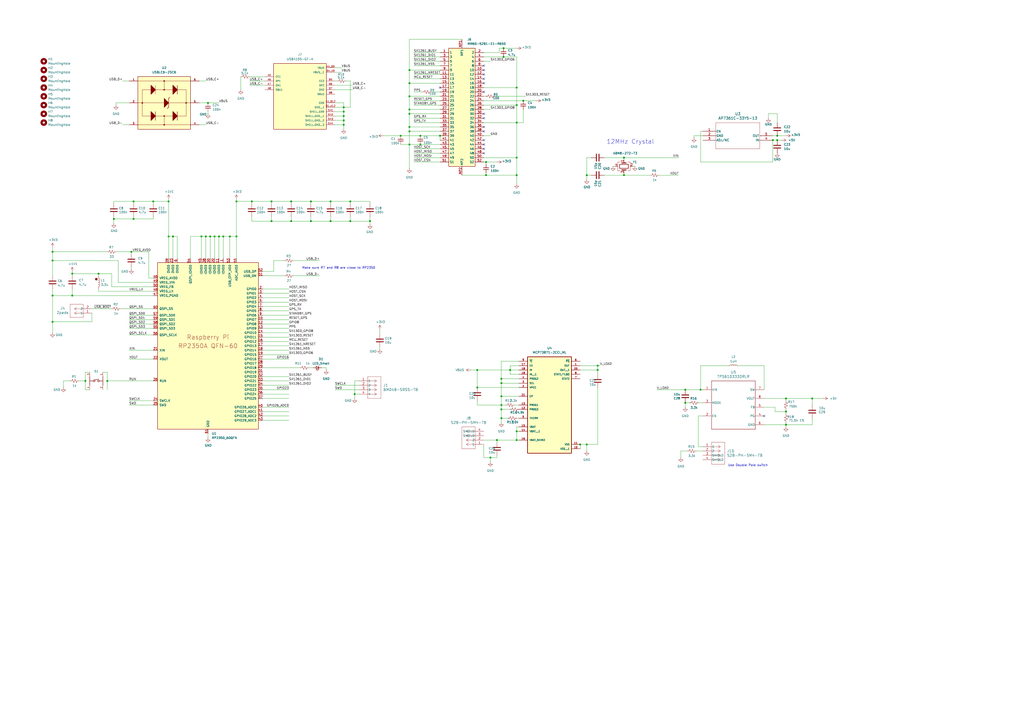
<source format=kicad_sch>
(kicad_sch (version 20250114) (generator "eeschema") (generator_version "9.0")
  (paper "A2")
  (circle (center 55.88 161.925) (radius 0.635) (stroke (width 0) (color 132 0 0 1)) (fill (type color) (color 132 0 0 1)))
  (text "Use Double Pole switch" (at 433.832 270.002 0) (effects (font (size 1.27 1.27))))
  (text "12MHz Crystal" (at 351.79 83.82 0) (effects (font (size 2.54 2.54)) (justify left bottom)))
  (text "Make sure R7 and R8 are close to RP2350\n" (at 175.26 156.21 0) (effects (font (size 1.27 1.27)) (justify left bottom)))
  (junction (at 290.83 242.57))
  (junction (at 397.51 233.68))
  (junction (at 127 137.16))
  (junction (at 281.94 93.98))
  (junction (at 137.16 137.16))
  (junction (at 450.85 81.28))
  (junction (at 455.93 246.38))
  (junction (at 97.79 137.16))
  (junction (at 199.39 64.77))
  (junction (at 455.93 231.14))
  (junction (at 299.72 250.19))
  (junction (at 299.72 101.6))
  (junction (at 292.1 27.94))
  (junction (at 290.83 237.49))
  (junction (at 299.72 91.44))
  (junction (at 448.31 81.28))
  (junction (at 129.54 137.16))
  (junction (at 30.48 171.45))
  (junction (at 290.83 219.71))
  (junction (at 157.48 128.27))
  (junction (at 397.51 226.06))
  (junction (at 214.63 128.27))
  (junction (at 76.2 146.05))
  (junction (at 49.53 220.98))
  (junction (at 232.41 78.74))
  (junction (at 66.04 127))
  (junction (at 119.38 137.16))
  (junction (at 292.1 33.02))
  (junction (at 133.35 137.16))
  (junction (at 340.36 101.6))
  (junction (at 41.91 171.45))
  (junction (at 168.91 128.27))
  (junction (at 203.2 116.84))
  (junction (at 290.83 234.95))
  (junction (at 406.4 226.06))
  (junction (at 276.86 214.63))
  (junction (at 77.47 116.84))
  (junction (at 199.39 67.31))
  (junction (at 290.83 229.87))
  (junction (at 340.36 257.81))
  (junction (at 97.79 116.84))
  (junction (at 237.49 76.2))
  (junction (at 30.48 186.69))
  (junction (at 284.48 265.43))
  (junction (at 203.2 128.27))
  (junction (at 237.49 83.82))
  (junction (at 299.72 71.12))
  (junction (at 180.34 116.84))
  (junction (at 116.84 137.16))
  (junction (at 30.48 146.05))
  (junction (at 299.72 50.8))
  (junction (at 288.29 255.27))
  (junction (at 157.48 116.84))
  (junction (at 290.83 222.25))
  (junction (at 455.93 238.76))
  (junction (at 41.91 158.75))
  (junction (at 303.53 58.42))
  (junction (at 237.49 66.04))
  (junction (at 137.16 116.84))
  (junction (at 62.23 220.98))
  (junction (at 146.05 116.84))
  (junction (at 237.49 55.88))
  (junction (at 336.55 257.81))
  (junction (at 471.17 231.14))
  (junction (at 281.94 101.6))
  (junction (at 450.85 78.74))
  (junction (at 168.91 116.84))
  (junction (at 255.27 78.74))
  (junction (at 346.71 212.09))
  (junction (at 299.72 60.96))
  (junction (at 180.34 128.27))
  (junction (at 361.95 91.44))
  (junction (at 237.49 40.64))
  (junction (at 205.74 228.6))
  (junction (at 120.65 59.69))
  (junction (at 191.77 116.84))
  (junction (at 88.9 116.84))
  (junction (at 243.84 83.82))
  (junction (at 77.47 127))
  (junction (at 100.33 137.16))
  (junction (at 299.72 255.27))
  (junction (at 199.39 62.23))
  (junction (at 121.92 137.16))
  (junction (at 191.77 128.27))
  (junction (at 295.91 214.63))
  (junction (at 124.46 137.16))
  (junction (at 199.39 72.39))
  (junction (at 30.48 151.13))
  (junction (at 237.49 63.5))
  (junction (at 361.95 101.6))
  (junction (at 346.71 214.63))
  (junction (at 57.15 158.75))
  (junction (at 243.84 78.74))
  (junction (at 237.49 73.66))
  (junction (at 276.86 224.79))
  (junction (at 237.49 48.26))
  (junction (at 199.39 69.85))
  (no_connect (at 280.67 73.66))
  (no_connect (at 280.67 43.18))
  (no_connect (at 280.67 53.34))
  (no_connect (at 280.67 38.1))
  (no_connect (at 280.67 68.58))
  (no_connect (at 280.67 66.04))
  (no_connect (at 280.67 40.64))
  (no_connect (at 280.67 45.72))
  (no_connect (at 280.67 86.36))
  (no_connect (at 280.67 76.2))
  (no_connect (at 280.67 81.28))
  (no_connect (at 255.27 50.8))
  (no_connect (at 280.67 48.26))
  (no_connect (at 280.67 83.82))
  (no_connect (at 443.23 241.3))
  (no_connect (at 280.67 88.9))
  (wire (pts (xy 203.2 46.99) (xy 203.2 62.23)))
  (wire (pts (xy 49.53 215.9) (xy 49.53 220.98)))
  (wire (pts (xy 367.03 96.52) (xy 368.3 96.52)))
  (wire (pts (xy 240.03 91.44) (xy 255.27 91.44)))
  (wire (pts (xy 455.93 231.14) (xy 471.17 231.14)))
  (wire (pts (xy 214.63 118.11) (xy 214.63 116.84)))
  (wire (pts (xy 455.93 246.38) (xy 455.93 245.11)))
  (wire (pts (xy 66.04 127) (xy 66.04 129.54)))
  (wire (pts (xy 152.4 231.14) (xy 167.64 231.14)))
  (wire (pts (xy 295.91 217.17) (xy 295.91 214.63)))
  (wire (pts (xy 152.4 167.64) (xy 167.64 167.64)))
  (wire (pts (xy 290.83 234.95) (xy 293.37 234.95)))
  (wire (pts (xy 66.04 116.84) (xy 77.47 116.84)))
  (wire (pts (xy 88.9 166.37) (xy 64.77 166.37)))
  (wire (pts (xy 120.65 251.46) (xy 120.65 254)))
  (wire (pts (xy 71.12 72.39) (xy 74.93 72.39)))
  (wire (pts (xy 267.97 22.86) (xy 237.49 22.86)))
  (wire (pts (xy 240.03 43.18) (xy 255.27 43.18)))
  (wire (pts (xy 152.4 218.44) (xy 167.64 218.44)))
  (wire (pts (xy 243.84 83.82) (xy 255.27 83.82)))
  (wire (pts (xy 186.69 213.36) (xy 189.23 213.36)))
  (wire (pts (xy 124.46 137.16) (xy 127 137.16)))
  (wire (pts (xy 152.4 175.26) (xy 167.64 175.26)))
  (wire (pts (xy 152.4 157.48) (xy 158.75 157.48)))
  (wire (pts (xy 276.86 214.63) (xy 295.91 214.63)))
  (wire (pts (xy 179.07 213.36) (xy 181.61 213.36)))
  (wire (pts (xy 280.67 60.96) (xy 299.72 60.96)))
  (wire (pts (xy 346.71 257.81) (xy 340.36 257.81)))
  (wire (pts (xy 397.51 226.06) (xy 406.4 226.06)))
  (wire (pts (xy 453.39 81.28) (xy 450.85 81.28)))
  (wire (pts (xy 158.75 151.13) (xy 165.1 151.13)))
  (wire (pts (xy 152.4 238.76) (xy 167.64 238.76)))
  (wire (pts (xy 127 137.16) (xy 129.54 137.16)))
  (wire (pts (xy 146.05 118.11) (xy 146.05 116.84)))
  (wire (pts (xy 445.77 66.04) (xy 445.77 68.58)))
  (wire (pts (xy 280.67 33.02) (xy 292.1 33.02)))
  (wire (pts (xy 152.4 193.04) (xy 167.64 193.04)))
  (wire (pts (xy 121.92 137.16) (xy 124.46 137.16)))
  (wire (pts (xy 240.03 60.96) (xy 255.27 60.96)))
  (wire (pts (xy 382.27 101.6) (xy 393.7 101.6)))
  (wire (pts (xy 133.35 137.16) (xy 137.16 137.16)))
  (wire (pts (xy 144.78 49.53) (xy 153.67 49.53)))
  (wire (pts (xy 280.67 63.5) (xy 284.48 63.5)))
  (wire (pts (xy 281.94 100.33) (xy 281.94 101.6)))
  (wire (pts (xy 199.39 67.31) (xy 199.39 69.85)))
  (wire (pts (xy 406.4 76.2) (xy 406.4 93.98)))
  (wire (pts (xy 86.36 161.29) (xy 88.9 161.29)))
  (wire (pts (xy 300.99 219.71) (xy 290.83 219.71)))
  (wire (pts (xy 144.78 46.99) (xy 153.67 46.99)))
  (wire (pts (xy 127 149.86) (xy 127 137.16)))
  (wire (pts (xy 88.9 127) (xy 88.9 125.73)))
  (wire (pts (xy 300.99 222.25) (xy 290.83 222.25)))
  (wire (pts (xy 455.93 246.38) (xy 471.17 246.38)))
  (wire (pts (xy 194.31 41.91) (xy 198.12 41.91)))
  (wire (pts (xy 133.35 149.86) (xy 133.35 137.16)))
  (wire (pts (xy 340.36 257.81) (xy 336.55 257.81)))
  (wire (pts (xy 62.23 220.98) (xy 62.23 215.9)))
  (wire (pts (xy 455.93 247.65) (xy 455.93 246.38)))
  (wire (pts (xy 68.58 163.83) (xy 88.9 163.83)))
  (wire (pts (xy 152.4 160.02) (xy 165.1 160.02)))
  (wire (pts (xy 240.03 93.98) (xy 255.27 93.98)))
  (wire (pts (xy 280.67 35.56) (xy 284.48 35.56)))
  (wire (pts (xy 88.9 194.31) (xy 74.93 194.31)))
  (wire (pts (xy 240.03 53.34) (xy 245.11 53.34)))
  (wire (pts (xy 57.15 158.75) (xy 57.15 160.02)))
  (wire (pts (xy 240.03 86.36) (xy 255.27 86.36)))
  (wire (pts (xy 300.99 234.95) (xy 298.45 234.95)))
  (wire (pts (xy 158.75 151.13) (xy 158.75 157.48)))
  (wire (pts (xy 299.72 250.19) (xy 300.99 250.19)))
  (wire (pts (xy 119.38 137.16) (xy 121.92 137.16)))
  (wire (pts (xy 49.53 220.98) (xy 49.53 226.06)))
  (wire (pts (xy 443.23 246.38) (xy 455.93 246.38)))
  (wire (pts (xy 449.58 238.76) (xy 455.93 238.76)))
  (wire (pts (xy 189.23 213.36) (xy 189.23 214.63)))
  (wire (pts (xy 280.67 91.44) (xy 299.72 91.44)))
  (wire (pts (xy 152.4 220.98) (xy 167.64 220.98)))
  (wire (pts (xy 450.85 66.04) (xy 445.77 66.04)))
  (wire (pts (xy 290.83 229.87) (xy 300.99 229.87)))
  (wire (pts (xy 205.74 228.6) (xy 205.74 231.14)))
  (wire (pts (xy 119.38 149.86) (xy 119.38 137.16)))
  (wire (pts (xy 471.17 231.14) (xy 477.52 231.14)))
  (wire (pts (xy 299.72 106.68) (xy 299.72 101.6)))
  (wire (pts (xy 152.4 198.12) (xy 167.64 198.12)))
  (wire (pts (xy 289.56 30.48) (xy 280.67 30.48)))
  (wire (pts (xy 194.31 59.69) (xy 199.39 59.69)))
  (wire (pts (xy 152.4 228.6) (xy 167.64 228.6)))
  (wire (pts (xy 68.58 151.13) (xy 68.58 163.83)))
  (wire (pts (xy 194.31 223.52) (xy 208.28 223.52)))
  (wire (pts (xy 77.47 125.73) (xy 77.47 127)))
  (wire (pts (xy 168.91 125.73) (xy 168.91 128.27)))
  (wire (pts (xy 74.93 185.42) (xy 88.9 185.42)))
  (wire (pts (xy 88.9 208.28) (xy 74.93 208.28)))
  (wire (pts (xy 471.17 231.14) (xy 471.17 234.95)))
  (wire (pts (xy 86.36 146.05) (xy 86.36 161.29)))
  (wire (pts (xy 115.57 59.69) (xy 120.65 59.69)))
  (wire (pts (xy 191.77 128.27) (xy 180.34 128.27)))
  (wire (pts (xy 290.83 234.95) (xy 290.83 237.49)))
  (wire (pts (xy 284.48 265.43) (xy 288.29 265.43)))
  (wire (pts (xy 152.4 203.2) (xy 167.64 203.2)))
  (wire (pts (xy 299.72 247.65) (xy 299.72 250.19)))
  (wire (pts (xy 346.71 214.63) (xy 336.55 214.63)))
  (wire (pts (xy 303.53 58.42) (xy 311.15 58.42)))
  (wire (pts (xy 157.48 128.27) (xy 146.05 128.27)))
  (wire (pts (xy 69.85 179.07) (xy 88.9 179.07)))
  (wire (pts (xy 62.23 220.98) (xy 62.23 226.06)))
  (wire (pts (xy 243.84 78.74) (xy 255.27 78.74)))
  (wire (pts (xy 299.72 242.57) (xy 300.99 242.57)))
  (wire (pts (xy 405.13 259.08) (xy 407.67 259.08)))
  (wire (pts (xy 57.15 168.91) (xy 88.9 168.91)))
  (wire (pts (xy 152.4 241.3) (xy 167.64 241.3)))
  (wire (pts (xy 455.93 238.76) (xy 455.93 240.03)))
  (wire (pts (xy 168.91 116.84) (xy 180.34 116.84)))
  (wire (pts (xy 64.77 166.37) (xy 64.77 158.75)))
  (wire (pts (xy 284.48 265.43) (xy 284.48 267.97)))
  (wire (pts (xy 290.83 242.57) (xy 294.64 242.57)))
  (wire (pts (xy 406.4 212.09) (xy 406.4 226.06)))
  (wire (pts (xy 152.4 172.72) (xy 167.64 172.72)))
  (wire (pts (xy 240.03 30.48) (xy 255.27 30.48)))
  (wire (pts (xy 30.48 146.05) (xy 30.48 151.13)))
  (wire (pts (xy 66.04 125.73) (xy 66.04 127)))
  (wire (pts (xy 397.51 233.68) (xy 400.05 233.68)))
  (wire (pts (xy 214.63 128.27) (xy 214.63 130.175)))
  (wire (pts (xy 97.79 116.84) (xy 97.79 137.16)))
  (wire (pts (xy 237.49 83.82) (xy 237.49 76.2)))
  (wire (pts (xy 280.67 93.98) (xy 281.94 93.98)))
  (wire (pts (xy 355.6 96.52) (xy 356.87 96.52)))
  (wire (pts (xy 194.31 39.37) (xy 198.12 39.37)))
  (wire (pts (xy 455.93 231.14) (xy 455.93 232.41)))
  (wire (pts (xy 180.34 118.11) (xy 180.34 116.84)))
  (wire (pts (xy 88.9 234.95) (xy 74.93 234.95)))
  (wire (pts (xy 280.67 265.43) (xy 284.48 265.43)))
  (wire (pts (xy 237.49 22.86) (xy 237.49 40.64)))
  (wire (pts (xy 146.05 125.73) (xy 146.05 128.27)))
  (wire (pts (xy 288.29 255.27) (xy 299.72 255.27)))
  (wire (pts (xy 157.48 116.84) (xy 168.91 116.84)))
  (wire (pts (xy 276.86 224.79) (xy 300.99 224.79)))
  (wire (pts (xy 280.67 257.81) (xy 280.67 265.43)))
  (wire (pts (xy 121.92 149.86) (xy 121.92 137.16)))
  (wire (pts (xy 346.71 224.79) (xy 346.71 257.81)))
  (wire (pts (xy 199.39 69.85) (xy 199.39 72.39)))
  (wire (pts (xy 394.97 261.62) (xy 394.97 265.43)))
  (wire (pts (xy 255.27 48.26) (xy 237.49 48.26)))
  (wire (pts (xy 41.91 160.02) (xy 41.91 158.75)))
  (wire (pts (xy 88.9 116.84) (xy 97.79 116.84)))
  (wire (pts (xy 232.41 78.74) (xy 243.84 78.74)))
  (wire (pts (xy 381 226.06) (xy 397.51 226.06)))
  (wire (pts (xy 52.07 226.06) (xy 49.53 226.06)))
  (wire (pts (xy 280.67 71.12) (xy 299.72 71.12)))
  (wire (pts (xy 97.79 115.57) (xy 97.79 116.84)))
  (wire (pts (xy 194.31 64.77) (xy 199.39 64.77)))
  (wire (pts (xy 152.4 180.34) (xy 167.64 180.34)))
  (wire (pts (xy 255.27 73.66) (xy 237.49 73.66)))
  (wire (pts (xy 237.49 55.88) (xy 237.49 48.26)))
  (wire (pts (xy 280.67 78.74) (xy 284.48 78.74)))
  (wire (pts (xy 110.49 149.86) (xy 110.49 137.16)))
  (wire (pts (xy 191.77 116.84) (xy 203.2 116.84)))
  (wire (pts (xy 74.93 182.88) (xy 88.9 182.88)))
  (wire (pts (xy 203.2 62.23) (xy 199.39 62.23)))
  (wire (pts (xy 443.23 226.06) (xy 443.23 212.09)))
  (wire (pts (xy 74.93 187.96) (xy 88.9 187.96)))
  (wire (pts (xy 152.4 177.8) (xy 167.64 177.8)))
  (wire (pts (xy 180.34 128.27) (xy 168.91 128.27)))
  (wire (pts (xy 346.71 212.09) (xy 346.71 214.63)))
  (wire (pts (xy 194.31 226.06) (xy 208.28 226.06)))
  (wire (pts (xy 116.84 149.86) (xy 116.84 137.16)))
  (wire (pts (xy 300.99 217.17) (xy 295.91 217.17)))
  (wire (pts (xy 427.99 212.09) (xy 443.23 212.09)))
  (wire (pts (xy 152.4 208.28) (xy 167.64 208.28)))
  (wire (pts (xy 300.99 209.55) (xy 290.83 209.55)))
  (wire (pts (xy 144.78 44.45) (xy 153.67 44.45)))
  (wire (pts (xy 53.34 179.07) (xy 64.77 179.07)))
  (wire (pts (xy 137.16 116.84) (xy 137.16 137.16)))
  (wire (pts (xy 292.1 33.02) (xy 299.72 33.02)))
  (wire (pts (xy 350.52 91.44) (xy 361.95 91.44)))
  (wire (pts (xy 30.48 186.69) (xy 53.34 186.69)))
  (wire (pts (xy 100.33 137.16) (xy 102.87 137.16)))
  (wire (pts (xy 66.04 118.11) (xy 66.04 116.84)))
  (wire (pts (xy 194.31 49.53) (xy 204.47 49.53)))
  (wire (pts (xy 237.49 63.5) (xy 237.49 55.88)))
  (wire (pts (xy 407.67 78.74) (xy 402.59 78.74)))
  (wire (pts (xy 41.91 167.64) (xy 41.91 171.45)))
  (wire (pts (xy 280.67 58.42) (xy 303.53 58.42)))
  (wire (pts (xy 88.9 118.11) (xy 88.9 116.84)))
  (wire (pts (xy 299.72 247.65) (xy 300.99 247.65)))
  (wire (pts (xy 240.03 35.56) (xy 255.27 35.56)))
  (wire (pts (xy 290.83 222.25) (xy 290.83 229.87)))
  (wire (pts (xy 168.91 128.27) (xy 157.48 128.27)))
  (wire (pts (xy 66.04 127) (xy 77.47 127)))
  (wire (pts (xy 237.49 66.04) (xy 237.49 63.5)))
  (wire (pts (xy 288.29 255.27) (xy 288.29 256.54)))
  (wire (pts (xy 222.25 78.74) (xy 232.41 78.74)))
  (wire (pts (xy 449.58 236.22) (xy 449.58 238.76)))
  (wire (pts (xy 281.94 93.98) (xy 288.29 93.98)))
  (wire (pts (xy 240.03 71.12) (xy 255.27 71.12)))
  (wire (pts (xy 203.2 128.27) (xy 214.63 128.27)))
  (wire (pts (xy 267.97 101.6) (xy 281.94 101.6)))
  (wire (pts (xy 67.31 146.05) (xy 76.2 146.05)))
  (wire (pts (xy 397.51 233.68) (xy 397.51 236.22)))
  (wire (pts (xy 336.55 212.09) (xy 346.71 212.09)))
  (wire (pts (xy 203.2 125.73) (xy 203.2 128.27)))
  (wire (pts (xy 203.2 128.27) (xy 191.77 128.27)))
  (wire (pts (xy 361.95 101.6) (xy 377.19 101.6)))
  (wire (pts (xy 295.91 212.09) (xy 295.91 214.63)))
  (wire (pts (xy 303.53 63.5) (xy 303.53 71.12)))
  (wire (pts (xy 281.94 101.6) (xy 299.72 101.6)))
  (wire (pts (xy 152.4 226.06) (xy 167.64 226.06)))
  (wire (pts (xy 152.4 243.84) (xy 167.64 243.84)))
  (wire (pts (xy 237.49 40.64) (xy 255.27 40.64)))
  (wire (pts (xy 406.4 226.06) (xy 407.67 226.06)))
  (wire (pts (xy 194.31 72.39) (xy 199.39 72.39)))
  (wire (pts (xy 152.4 190.5) (xy 167.64 190.5)))
  (wire (pts (xy 290.83 229.87) (xy 290.83 234.95)))
  (wire (pts (xy 290.83 242.57) (xy 290.83 245.11)))
  (wire (pts (xy 194.31 52.07) (xy 204.47 52.07)))
  (wire (pts (xy 346.71 217.17) (xy 346.71 214.63)))
  (wire (pts (xy 240.03 38.1) (xy 255.27 38.1)))
  (wire (pts (xy 76.2 146.05) (xy 76.2 147.32)))
  (wire (pts (xy 471.17 242.57) (xy 471.17 246.38)))
  (wire (pts (xy 120.65 64.77) (xy 120.65 66.04)))
  (wire (pts (xy 30.48 146.05) (xy 62.23 146.05)))
  (wire (pts (xy 74.93 190.5) (xy 88.9 190.5)))
  (wire (pts (xy 168.91 118.11) (xy 168.91 116.84)))
  (wire (pts (xy 203.2 118.11) (xy 203.2 116.84)))
  (wire (pts (xy 290.83 219.71) (xy 290.83 222.25)))
  (wire (pts (xy 299.72 60.96) (xy 299.72 50.8)))
  (wire (pts (xy 203.2 46.99) (xy 200.66 46.99)))
  (wire (pts (xy 116.84 137.16) (xy 119.38 137.16)))
  (wire (pts (xy 450.85 71.12) (xy 450.85 66.04)))
  (wire (pts (xy 115.57 72.39) (xy 119.38 72.39)))
  (wire (pts (xy 280.67 50.8) (xy 299.72 50.8)))
  (wire (pts (xy 276.86 234.95) (xy 290.83 234.95)))
  (wire (pts (xy 237.49 76.2) (xy 237.49 73.66)))
  (wire (pts (xy 77.47 127) (xy 88.9 127)))
  (wire (pts (xy 237.49 83.82) (xy 237.49 97.79)))
  (wire (pts (xy 289.56 27.94) (xy 292.1 27.94)))
  (wire (pts (xy 88.9 232.41) (xy 74.93 232.41)))
  (wire (pts (xy 97.79 137.16) (xy 97.79 149.86)))
  (wire (pts (xy 64.77 158.75) (xy 57.15 158.75)))
  (wire (pts (xy 340.36 261.62) (xy 340.36 257.81)))
  (wire (pts (xy 340.36 91.44) (xy 340.36 101.6)))
  (wire (pts (xy 422.91 212.09) (xy 406.4 212.09)))
  (wire (pts (xy 203.2 116.84) (xy 214.63 116.84)))
  (wire (pts (xy 129.54 137.16) (xy 129.54 149.86)))
  (wire (pts (xy 124.46 149.86) (xy 124.46 137.16)))
  (wire (pts (xy 102.87 137.16) (xy 102.87 149.86)))
  (wire (pts (xy 194.31 62.23) (xy 199.39 62.23)))
  (wire (pts (xy 405.13 241.3) (xy 405.13 259.08)))
  (wire (pts (xy 455.93 238.76) (xy 455.93 237.49)))
  (wire (pts (xy 199.39 59.69) (xy 199.39 62.23)))
  (wire (pts (xy 41.91 158.75) (xy 57.15 158.75)))
  (wire (pts (xy 152.4 223.52) (xy 167.64 223.52)))
  (wire (pts (xy 62.23 215.9) (xy 59.69 215.9)))
  (wire (pts (xy 36.83 220.98) (xy 36.83 224.79)))
  (wire (pts (xy 76.2 146.05) (xy 86.36 146.05)))
  (wire (pts (xy 41.91 157.48) (xy 41.91 158.75)))
  (wire (pts (xy 276.86 234.95) (xy 276.86 232.41)))
  (wire (pts (xy 287.02 55.88) (xy 304.8 55.88)))
  (wire (pts (xy 237.49 83.82) (xy 243.84 83.82)))
  (wire (pts (xy 443.23 231.14) (xy 455.93 231.14)))
  (wire (pts (xy 137.16 115.57) (xy 137.16 116.84)))
  (wire (pts (xy 255.27 66.04) (xy 237.49 66.04)))
  (wire (pts (xy 237.49 40.64) (xy 237.49 48.26)))
  (wire (pts (xy 137.16 137.16) (xy 137.16 149.86)))
  (wire (pts (xy 255.27 55.88) (xy 237.49 55.88)))
  (wire (pts (xy 67.31 59.69) (xy 67.31 60.96)))
  (wire (pts (xy 152.4 195.58) (xy 167.64 195.58)))
  (wire (pts (xy 157.48 118.11) (xy 157.48 116.84)))
  (wire (pts (xy 74.93 203.2) (xy 88.9 203.2)))
  (wire (pts (xy 152.4 185.42) (xy 167.64 185.42)))
  (wire (pts (xy 342.9 101.6) (xy 340.36 101.6)))
  (wire (pts (xy 100.33 137.16) (xy 97.79 137.16)))
  (wire (pts (xy 299.72 255.27) (xy 299.72 250.19)))
  (wire (pts (xy 152.4 170.18) (xy 167.64 170.18)))
  (wire (pts (xy 205.74 220.98) (xy 205.74 228.6)))
  (wire (pts (xy 115.57 46.99) (xy 119.38 46.99)))
  (wire (pts (xy 281.94 93.98) (xy 281.94 95.25)))
  (wire (pts (xy 77.47 116.84) (xy 88.9 116.84)))
  (wire (pts (xy 280.67 55.88) (xy 281.94 55.88)))
  (wire (pts (xy 361.95 91.44) (xy 393.7 91.44)))
  (wire (pts (xy 152.4 187.96) (xy 167.64 187.96)))
  (wire (pts (xy 71.12 46.99) (xy 74.93 46.99)))
  (wire (pts (xy 100.33 149.86) (xy 100.33 137.16)))
  (wire (pts (xy 407.67 76.2) (xy 406.4 76.2)))
  (wire (pts (xy 152.4 213.36) (xy 173.99 213.36)))
  (wire (pts (xy 290.83 209.55) (xy 290.83 219.71)))
  (wire (pts (xy 340.36 101.6) (xy 340.36 104.14)))
  (wire (pts (xy 110.49 137.16) (xy 116.84 137.16)))
  (wire (pts (xy 280.67 255.27) (xy 288.29 255.27)))
  (wire (pts (xy 45.72 220.98) (xy 49.53 220.98)))
  (wire (pts (xy 450.85 78.74) (xy 448.31 78.74)))
  (wire (pts (xy 30.48 143.51) (xy 30.48 146.05)))
  (wire (pts (xy 448.31 93.98) (xy 448.31 81.28)))
  (wire (pts (xy 77.47 118.11) (xy 77.47 116.84)))
  (wire (pts (xy 137.16 116.84) (xy 146.05 116.84)))
  (wire (pts (xy 49.53 215.9) (xy 52.07 215.9)))
  (wire (pts (xy 30.48 167.64) (xy 30.48 171.45)))
  (wire (pts (xy 402.59 78.74) (xy 402.59 80.01)))
  (wire (pts (xy 255.27 63.5) (xy 237.49 63.5)))
  (wire (pts (xy 299.72 71.12) (xy 299.72 60.96)))
  (wire (pts (xy 255.27 76.2) (xy 237.49 76.2)))
  (wire (pts (xy 295.91 214.63) (xy 300.99 214.63)))
  (wire (pts (xy 300.99 255.27) (xy 299.72 255.27)))
  (wire (pts (xy 273.05 214.63) (xy 276.86 214.63)))
  (wire (pts (xy 170.18 160.02) (xy 185.42 160.02)))
  (wire (pts (xy 57.15 168.91) (xy 57.15 167.64)))
  (wire (pts (xy 53.34 186.69) (xy 53.34 181.61)))
  (wire (pts (xy 232.41 83.82) (xy 237.49 83.82)))
  (wire (pts (xy 240.03 33.02) (xy 255.27 33.02)))
  (wire (pts (xy 180.34 116.84) (xy 191.77 116.84)))
  (wire (pts (xy 41.91 171.45) (xy 88.9 171.45)))
  (wire (pts (xy 139.7 44.45) (xy 139.7 52.07)))
  (wire (pts (xy 191.77 125.73) (xy 191.77 128.27)))
  (wire (pts (xy 220.345 201.295) (xy 220.345 202.565)))
  (wire (pts (xy 240.03 45.72) (xy 255.27 45.72)))
  (wire (pts (xy 214.63 125.73) (xy 214.63 128.27)))
  (wire (pts (xy 74.93 59.69) (xy 67.31 59.69)))
  (wire (pts (xy 76.2 156.21) (xy 76.2 154.94)))
  (wire (pts (xy 405.13 241.3) (xy 407.67 241.3)))
  (wire (pts (xy 405.13 233.68) (xy 407.67 233.68)))
  (wire (pts (xy 299.72 71.12) (xy 303.53 71.12)))
  (wire (pts (xy 361.95 100.33) (xy 361.95 101.6)))
  (wire (pts (xy 152.4 205.74) (xy 167.64 205.74)))
  (wire (pts (xy 403.86 261.62) (xy 407.67 261.62)))
  (wire (pts (xy 208.28 228.6) (xy 205.74 228.6)))
  (wire (pts (xy 152.4 200.66) (xy 167.64 200.66)))
  (wire (pts (xy 146.05 116.84) (xy 157.48 116.84)))
  (wire (pts (xy 30.48 171.45) (xy 30.48 186.69)))
  (wire (pts (xy 152.4 182.88) (xy 167.64 182.88)))
  (wire (pts (xy 208.28 220.98) (xy 205.74 220.98)))
  (wire (pts (xy 299.72 71.12) (xy 299.72 91.44)))
  (wire (pts (xy 299.72 50.8) (xy 299.72 33.02)))
  (wire (pts (xy 157.48 125.73) (xy 157.48 128.27)))
  (wire (pts (xy 199.39 72.39) (xy 199.39 74.93)))
  (wire (pts (xy 289.56 27.94) (xy 289.56 30.48)))
  (wire (pts (xy 299.72 101.6) (xy 299.72 91.44)))
  (wire (pts (xy 443.23 236.22) (xy 449.58 236.22)))
  (wire (pts (xy 342.9 91.44) (xy 340.36 91.44)))
  (wire (pts (xy 276.86 214.63) (xy 276.86 224.79)))
  (wire (pts (xy 170.18 151.13) (xy 185.42 151.13)))
  (wire (pts (xy 180.34 125.73) (xy 180.34 128.27)))
  (wire (pts (xy 347.98 212.09) (xy 346.71 212.09)))
  (wire (pts (xy 361.95 92.71) (xy 361.95 91.44)))
  (wire (pts (xy 194.31 67.31) (xy 199.39 67.31)))
  (wire (pts (xy 240.03 68.58) (xy 255.27 68.58)))
  (wire (pts (xy 290.83 237.49) (xy 295.91 237.49)))
  (wire (pts (xy 240.03 88.9) (xy 255.27 88.9)))
  (wire (pts (xy 398.78 261.62) (xy 394.97 261.62)))
  (wire (pts (xy 406.4 93.98) (xy 448.31 93.98)))
  (wire (pts (xy 250.19 53.34) (xy 255.27 53.34)))
  (wire (pts (xy 199.39 62.23) (xy 199.39 64.77)))
  (wire (pts (xy 36.83 220.98) (xy 40.64 220.98)))
  (wire (pts (xy 290.83 237.49) (xy 290.83 242.57)))
  (wire (pts (xy 30.48 186.69) (xy 30.48 193.04)))
  (wire (pts (xy 450.85 81.28) (xy 448.31 81.28)))
  (wire (pts (xy 195.58 46.99) (xy 194.31 46.99)))
  (wire (pts (xy 191.77 118.11) (xy 191.77 116.84)))
  (wire (pts (xy 30.48 171.45) (xy 41.91 171.45)))
  (wire (pts (xy 220.345 191.135) (xy 220.345 193.675)))
  (wire (pts (xy 129.54 137.16) (xy 133.35 137.16)))
  (wire (pts (xy 152.4 236.22) (xy 167.64 236.22)))
  (wire (pts (xy 255.27 78.74) (xy 255.27 81.28)))
  (wire (pts (xy 288.29 265.43) (xy 288.29 264.16)))
  (wire (pts (xy 30.48 151.13) (xy 68.58 151.13)))
  (wire (pts (xy 194.31 69.85) (xy 199.39 69.85)))
  (wire (pts (xy 350.52 101.6) (xy 361.95 101.6)))
  (wire (pts (xy 336.55 257.81) (xy 336.55 260.35)))
  (wire (pts (xy 237.49 73.66) (xy 237.49 66.04)))
  (wire (pts (xy 240.03 58.42) (xy 255.27 58.42)))
  (wire (pts (xy 450.85 78.74) (xy 455.93 78.74)))
  (wire (pts (xy 292.1 27.94) (xy 299.72 27.94)))
  (wire (pts (xy 199.39 64.77) (xy 199.39 67.31)))
  (wire (pts (xy 120.65 59.69) (xy 127 59.69)))
  (wire (pts (xy 300.99 212.09) (xy 295.91 212.09)))
  (wire (pts (xy 62.23 220.98) (xy 88.9 220.98)))
  (wire (pts (xy 30.48 151.13) (xy 30.48 160.02)))
  (label "HOST_MISO" (at 240.03 88.9 0))
  (label "USB_D-" (at 185.42 160.02 180))
  (label "HOST_MOSI" (at 167.64 175.26 0))
  (label "XIN" (at 74.93 203.2 0))
  (label "STANDBY_GPS" (at 240.03 60.96 0))
  (label "HOST_SCK" (at 167.64 172.72 0))
  (label "XOUT" (at 393.7 101.6 180))
  (label "QSPI_SD2" (at 74.93 187.96 0))
  (label "V_LOAD" (at 347.98 212.09 0))
  (label "PPS" (at 240.03 53.34 0))
  (label "HOST_MISO" (at 167.64 167.64 0))
  (label "VBUS" (at 198.12 39.37 0))
  (label "SX1261_DIO1" (at 167.64 220.98 0))
  (label "SX1303_GPIO6" (at 167.64 205.74 0))
  (label "MCU_RESET" (at 240.03 45.72 0))
  (label "VREG_LX" (at 74.93 168.91 0))
  (label "SX1303_RESET" (at 304.8 55.88 0))
  (label "~{USB_BOOT}" (at 54.61 179.07 0))
  (label "USB_D+" (at 185.42 151.13 180))
  (label "SX1303_GPIO8" (at 284.48 63.5 0))
  (label "GPIO26_ADC0" (at 167.64 236.22 180))
  (label "GPIO8" (at 167.64 187.96 0))
  (label "RESET_GPS" (at 167.64 185.42 0))
  (label "SX1303_RESET" (at 167.64 195.58 0))
  (label "SX1261_NSS" (at 167.64 203.2 0))
  (label "HOST_CSN" (at 240.03 93.98 0))
  (label "SX1261_DIO2" (at 167.64 223.52 0))
  (label "SWCLK" (at 194.31 223.52 0))
  (label "XIN" (at 393.7 91.44 180))
  (label "RESET_GPS" (at 240.03 58.42 0))
  (label "HOST_SCK" (at 240.03 86.36 0))
  (label "RUN" (at 74.93 220.98 0))
  (label "SX1261_NSS" (at 240.03 38.1 0))
  (label "XOUT" (at 74.93 208.28 0))
  (label "HOST_CSN" (at 167.64 170.18 0))
  (label "GPS_TX" (at 167.64 180.34 0))
  (label "HOST_MOSI" (at 240.03 91.44 0))
  (label "GPIO16" (at 167.64 208.28 180))
  (label "QSPI_SS" (at 74.93 179.07 0))
  (label "USB_C-" (at 204.47 52.07 0))
  (label "PPS" (at 167.64 190.5 0))
  (label "GPS_RX" (at 240.03 68.58 0))
  (label "QSPI_SCLK" (at 74.93 194.31 0))
  (label "GPS_TX" (at 240.03 71.12 0))
  (label "USB_D-" (at 71.12 72.39 180))
  (label "SWD" (at 74.93 234.95 0))
  (label "USB_C-" (at 144.78 49.53 0))
  (label "SWD" (at 194.31 226.06 0))
  (label "SX1303_GPIO8" (at 167.64 193.04 0))
  (label "SX1261_NRESET" (at 240.03 43.18 0))
  (label "SX1261_BUSY" (at 167.64 218.44 0))
  (label "USB_D+" (at 71.12 46.99 180))
  (label "GPIO23" (at 167.64 226.06 180))
  (label "MCU_RESET" (at 167.64 198.12 0))
  (label "SX1261_NRESET" (at 167.64 200.66 0))
  (label "USB_C+" (at 144.78 46.99 0))
  (label "SX1261_BUSY" (at 240.03 30.48 0))
  (label "SX1261_DIO2" (at 240.03 35.56 0))
  (label "USB_C+" (at 119.38 46.99 0))
  (label "GPS_RX" (at 167.64 177.8 0))
  (label "GND" (at 284.48 78.74 0))
  (label "QSPI_SD1" (at 74.93 185.42 0))
  (label "VREG_AVDD" (at 76.835 146.05 0))
  (label "USB_C+" (at 204.47 49.53 0))
  (label "USB_C-" (at 119.38 72.39 0))
  (label "QSPI_SD3" (at 74.93 190.5 0))
  (label "SWCLK" (at 74.93 232.41 0))
  (label "STANDBY_GPS" (at 167.64 182.88 0))
  (label "V_LOAD" (at 381 226.06 0))
  (label "SX1261_DIO1" (at 240.03 33.02 0))
  (label "QSPI_SD0" (at 74.93 182.88 0))
  (label "SX1303_GPIO6" (at 284.48 35.56 0))
  (label "VBUS" (at 127 59.69 0))
  (label "VBUS" (at 198.12 41.91 0))
  (symbol (lib_id "power:GND") (at 120.65 254 0) (unit 1)
    (property "Reference" "#PWR021" (effects (hide yes)))
    (property "Value" "GND" (at 120.777 258.3942 0))
  )
  (symbol (lib_id "power:+3V3") (at 137.16 115.57 0) (unit 1)
    (property "Reference" "#PWR022" (effects (hide yes)))
    (property "Value" "+3V3" (at 137.541 111.1758 0))
  )
  (symbol (lib_id "Device:C") (at 146.05 121.92 0) (unit 1)
    (property "Reference" "C12" (at 148.971 120.7516 0) (effects (justify left)))
    (property "Value" "100n" (at 148.971 123.063 0) (effects (justify left)))
    (property "Footprint" "Capacitor_SMD:C_0402_1005Metric" (effects (hide yes)))
  )
  (symbol (lib_id "Device:C") (at 157.48 121.92 0) (unit 1)
    (property "Reference" "C13" (at 160.401 120.7516 0) (effects (justify left)))
    (property "Value" "100n" (at 160.401 123.063 0) (effects (justify left)))
    (property "Footprint" "Capacitor_SMD:C_0402_1005Metric" (effects (hide yes)))
  )
  (symbol (lib_id "Device:C") (at 168.91 121.92 0) (unit 1)
    (property "Reference" "C14" (at 171.831 120.7516 0) (effects (justify left)))
    (property "Value" "100n" (at 171.831 123.063 0) (effects (justify left)))
    (property "Footprint" "Capacitor_SMD:C_0402_1005Metric" (effects (hide yes)))
  )
  (symbol (lib_id "Device:C") (at 180.34 121.92 0) (unit 1)
    (property "Reference" "C15" (at 183.261 120.7516 0) (effects (justify left)))
    (property "Value" "4.7u" (at 183.261 123.063 0) (effects (justify left)))
    (property "Footprint" "Capacitor_SMD:C_0402_1005Metric" (effects (hide yes)))
  )
  (symbol (lib_id "Device:C") (at 191.77 121.92 0) (unit 1)
    (property "Reference" "C16" (at 194.691 120.7516 0) (effects (justify left)))
    (property "Value" "100n" (at 194.691 123.063 0) (effects (justify left)))
    (property "Footprint" "Capacitor_SMD:C_0402_1005Metric" (effects (hide yes)))
  )
  (symbol (lib_id "Device:C") (at 203.2 121.92 0) (unit 1)
    (property "Reference" "C17" (at 206.121 120.7516 0) (effects (justify left)))
    (property "Value" "100n" (at 206.121 123.063 0) (effects (justify left)))
    (property "Footprint" "Capacitor_SMD:C_0402_1005Metric" (effects (hide yes)))
  )
  (symbol (lib_id "power:+3V3") (at 220.345 191.135 0) (unit 1)
    (property "Reference" "#PWR027" (effects (hide yes)))
    (property "Value" "+3V3" (at 220.726 186.7408 0))
  )
  (symbol (lib_id "Device:C") (at 220.345 197.485 0) (unit 1)
    (property "Reference" "C19" (at 223.266 196.3166 0) (effects (justify left)))
    (property "Value" "10u" (at 223.266 198.628 0) (effects (justify left)))
    (property "Footprint" "Capacitor_SMD:C_0805_2012Metric" (effects (hide yes)))
  )
  (symbol (lib_id "power:GND") (at 220.345 202.565 0) (unit 1)
    (property "Reference" "#PWR028" (effects (hide yes)))
    (property "Value" "GND" (at 216.535 203.835 0))
  )
  (symbol (lib_id "power:GND") (at 66.04 129.54 0) (unit 1)
    (property "Reference" "#PWR013" (effects (hide yes)))
    (property "Value" "GND" (at 66.167 133.9342 0))
  )
  (symbol (lib_id "power:GND") (at 290.83 245.11 0) (unit 1)
    (property "Reference" "#PWR040" (effects (hide yes)))
    (property "Value" "GND" (at 290.83 250.19 0))
    (property "Description" "Power symbol creates a global label with name \"GND\" , ground" (effects (hide yes)))
  )
  (symbol (lib_id "power:+3V3") (at 299.72 27.94 270) (unit 1)
    (property "Reference" "#PWR031" (effects (hide yes)))
    (property "Value" "+3V3" (at 305.308 27.432 90))
  )
  (symbol (lib_id "power:+3V3") (at 30.48 143.51 0) (unit 1)
    (property "Reference" "#PWR0102" (effects (hide yes)))
    (property "Value" "+3V3" (at 30.861 139.1158 0))
  )
  (symbol (lib_id "Device:R_Small_US") (at 455.93 234.95 180) (unit 1)
    (property "Reference" "R17" (at 458.978 233.172 0))
    (property "Value" "750k" (at 459.994 235.712 0))
    (property "Footprint" "Resistor_SMD:R_0402_1005Metric" (effects (hide yes)))
    (property "Description" "Resistor, small US symbol" (effects (hide yes)))
  )
  (symbol (lib_id "Device:C") (at 88.9 121.92 0) (unit 1)
    (property "Reference" "C11" (at 91.821 120.7516 0) (effects (justify left)))
    (property "Value" "100n" (at 91.821 123.063 0) (effects (justify left)))
    (property "Footprint" "Capacitor_SMD:C_0402_1005Metric" (effects (hide yes)))
  )
  (symbol (lib_id "Device:C_Small") (at 232.41 81.28 0) (unit 1)
    (property "Reference" "C1" (at 226.822 80.518 0) (effects (justify left)))
    (property "Value" "100n" (at 226.822 83.058 0) (effects (justify left)))
    (property "Footprint" "Capacitor_SMD:C_0402_1005Metric" (effects (hide yes)))
    (property "Description" "Unpolarized capacitor, small symbol" (effects (hide yes)))
  )
  (symbol (lib_id "power:GND") (at 355.6 96.52 0) (unit 1)
    (property "Reference" "#PWR011" (effects (hide yes)))
    (property "Value" "GND" (at 351.79 97.79 0))
  )
  (symbol (lib_id "power:VBUS") (at 273.05 214.63 90) (unit 1)
    (property "Reference" "#PWR041" (effects (hide yes)))
    (property "Value" "VBUS" (at 269.24 214.6299 90) (effects (justify left)))
    (property "Description" "Power symbol creates a global label with name \"VBUS\"" (effects (hide yes)))
  )
  (symbol (lib_id "power:GND") (at 402.59 80.01 0) (unit 1)
    (property "Reference" "#PWR025" (effects (hide yes)))
    (property "Value" "GND" (at 402.59 85.09 0))
    (property "Description" "Power symbol creates a global label with name \"GND\" , ground" (effects (hide yes)))
  )
  (symbol (lib_id "Device:R_Small_US") (at 167.64 151.13 90) (unit 1)
    (property "Reference" "R3" (at 167.386 148.59 90))
    (property "Value" "27" (at 167.64 153.924 90))
    (property "Footprint" "Resistor_SMD:R_0402_1005Metric" (effects (hide yes)))
    (property "Description" "Resistor, small US symbol" (effects (hide yes)))
  )
  (symbol (lib_id "MCU_RaspberryPi_RP2350:RP2350_60QFN") (at 120.65 200.66 0) (unit 1)
    (property "Reference" "U1" (at 122.8441 251.46 0) (effects (justify left)))
    (property "Value" "RP2350_60QFN" (at 122.8441 254 0) (effects (justify left)))
    (property "Footprint" "RP2350_60QFN_minimal:RP2350-QFN-60-1EP_7x7_P0.4mm_EP3.4x3.4mm_ThermalVias" (effects (hide yes)))
  )
  (symbol (lib_id "Device:C") (at 214.63 121.92 0) (unit 1)
    (property "Reference" "C18" (at 217.551 120.7516 0) (effects (justify left)))
    (property "Value" "100n" (at 217.551 123.063 0) (effects (justify left)))
    (property "Footprint" "Capacitor_SMD:C_0402_1005Metric" (effects (hide yes)))
  )
  (symbol (lib_id "MCP73871-2CCI_ML:MCP73871-2CCI_ML") (at 318.77 232.41 0) (unit 1)
    (property "Reference" "U4" (at 318.77 201.93 0))
    (property "Value" "MCP73871-2CCI_ML" (at 318.77 204.47 0))
    (property "Footprint" "MCP73871_2CCI_ML:QFN50P400X400X100-21N" (effects (hide yes)))
  )
  (symbol (lib_id "Device:R_Small_US") (at 198.12 46.99 90) (unit 1)
    (property "Reference" "R10" (at 197.866 43.18 90))
    (property "Value" "5.1k" (at 197.866 44.958 90))
    (property "Footprint" "Resistor_SMD:R_0402_1005Metric" (effects (hide yes)))
    (property "Description" "Resistor, small US symbol" (effects (hide yes)))
  )
  (symbol (lib_id "Device:C_Small") (at 120.65 62.23 0) (unit 1)
    (property "Reference" "C24" (at 123.19 60.9662 0) (effects (justify left)))
    (property "Value" "100n" (at 123.19 63.5062 0) (effects (justify left)))
    (property "Footprint" "Capacitor_SMD:C_0402_1005Metric" (effects (hide yes)))
    (property "Description" "Unpolarized capacitor, small symbol" (effects (hide yes)))
  )
  (symbol (lib_id "power:GND") (at 189.23 214.63 0) (unit 1)
    (property "Reference" "#PWR033" (effects (hide yes)))
    (property "Value" "GND" (at 189.23 219.71 0))
    (property "Description" "Power symbol creates a global label with name \"GND\" , ground" (effects (hide yes)))
  )
  (symbol (lib_id "power:GND") (at 455.93 247.65 0) (unit 1)
    (property "Reference" "#PWR035" (effects (hide yes)))
    (property "Value" "GND" (at 455.93 252.73 0))
    (property "Description" "Power symbol creates a global label with name \"GND\" , ground" (effects (hide yes)))
  )
  (symbol (lib_id "power:GND") (at 199.39 74.93 0) (unit 1)
    (property "Reference" "#PWR019" (effects (hide yes)))
    (property "Value" "GND" (at 199.39 80.01 0))
    (property "Description" "Power symbol creates a global label with name \"GND\" , ground" (effects (hide yes)))
  )
  (symbol (lib_id "S2B_PH_SM4_TB_2pin:S2B-PH-SM4-TB") (at 280.67 257.81 180) (unit 1)
    (property "Reference" "J8" (at 271.78 242.57 0) (effects (font (size 1.524 1.524))))
    (property "Value" "S2B-PH-SM4-TB" (at 271.78 245.11 0) (effects (font (size 1.524 1.524))))
    (property "Footprint" "JST2pin:CONN_S2B-PH-SM4-TB_JST_mod2" (effects (hide yes)))
    (property "Datasheet" "S2B-PH-SM4-TB" (effects (hide yes)))
  )
  (symbol (lib_id "Device:R_Small_US") (at 284.48 55.88 90) (unit 1)
    (property "Reference" "R5" (at 287.528 54.864 90))
    (property "Value" "100" (at 287.782 56.896 90))
    (property "Footprint" "Resistor_SMD:R_0402_1005Metric" (effects (hide yes)))
    (property "Description" "Resistor, small US symbol" (effects (hide yes)))
  )
  (symbol (lib_id "Device:C") (at 346.71 101.6 270) (unit 1)
    (property "Reference" "C21" (at 347.8784 104.521 0) (effects (justify left)))
    (property "Value" "15p" (at 345.567 104.521 0) (effects (justify left)))
    (property "Footprint" "Capacitor_SMD:C_0402_1005Metric" (effects (hide yes)))
  )
  (symbol (lib_id "Device:R_Small_US") (at 295.91 234.95 90) (unit 1)
    (property "Reference" "R12" (at 294.894 232.41 90))
    (property "Value" "3.3k" (at 297.942 232.41 90))
    (property "Footprint" "Resistor_SMD:R_0402_1005Metric" (effects (hide yes)))
    (property "Description" "Resistor, small US symbol" (effects (hide yes)))
  )
  (symbol (lib_id "Device:C") (at 30.48 163.83 0) (unit 1)
    (property "Reference" "C6" (at 33.401 162.9953 0) (effects (justify left)))
    (property "Value" "4.7u" (at 33.401 165.5322 0) (effects (justify left)))
    (property "Footprint" "RP2350_60QFN_minimal:C_0402_1005Metric_small_pads" (effects (hide yes)))
  )
  (symbol (lib_id "Mechanical:MountingHole") (at 25.4 45.72 0) (unit 1) (exclude_from_sim yes) (in_bom no)
    (property "Reference" "H3" (at 27.94 44.4499 0) (effects (justify left)))
    (property "Value" "MountingHole" (at 27.94 46.9899 0) (effects (justify left)))
    (property "Footprint" "receiverBoard:mountinghole3mm" (effects (hide yes)))
    (property "Description" "Mounting Hole without connection" (effects (hide yes)))
  )
  (symbol (lib_id "Device:R_Small_US") (at 379.73 101.6 90) (unit 1)
    (property "Reference" "R6" (at 379.476 99.06 90))
    (property "Value" "1k" (at 379.73 104.394 90))
    (property "Footprint" "Resistor_SMD:R_0402_1005Metric" (effects (hide yes)))
    (property "Description" "Resistor, small US symbol" (effects (hide yes)))
  )
  (symbol (lib_id "power:GND") (at 368.3 96.52 0) (unit 1)
    (property "Reference" "#PWR012" (effects (hide yes)))
    (property "Value" "GND" (at 372.11 97.79 0))
  )
  (symbol (lib_id "power:+3V3") (at 455.93 78.74 270) (unit 1)
    (property "Reference" "#PWR09" (effects (hide yes)))
    (property "Value" "+3V3" (at 461.518 78.232 90))
  )
  (symbol (lib_id "Device:C") (at 288.29 260.35 0) (unit 1)
    (property "Reference" "C26" (at 283.464 260.096 0) (effects (justify left)))
    (property "Value" "10u" (at 283.464 262.4074 0) (effects (justify left)))
    (property "Footprint" "Capacitor_SMD:C_0402_1005Metric" (effects (hide yes)))
  )
  (symbol (lib_id "Device:C_Small") (at 292.1 30.48 0) (unit 1)
    (property "Reference" "C3" (at 294.64 29.2162 0) (effects (justify left)))
    (property "Value" "4.7u" (at 294.64 31.7562 0) (effects (justify left)))
    (property "Footprint" "Capacitor_SMD:C_0402_1005Metric" (effects (hide yes)))
    (property "Description" "Unpolarized capacitor, small symbol" (effects (hide yes)))
  )
  (symbol (lib_id "Mechanical:MountingHole") (at 25.4 50.8 0) (unit 1) (exclude_from_sim yes) (in_bom no)
    (property "Reference" "H4" (at 27.94 49.5299 0) (effects (justify left)))
    (property "Value" "MountingHole" (at 27.94 52.0699 0) (effects (justify left)))
    (property "Footprint" "receiverBoard:mountinghole3mm" (effects (hide yes)))
    (property "Description" "Mounting Hole without connection" (effects (hide yes)))
  )
  (symbol (lib_id "Device:R_Small_US") (at 142.24 44.45 90) (unit 1)
    (property "Reference" "R8" (at 141.986 40.64 90))
    (property "Value" "5.1k" (at 141.986 42.418 90))
    (property "Footprint" "Resistor_SMD:R_0402_1005Metric" (effects (hide yes)))
    (property "Description" "Resistor, small US symbol" (effects (hide yes)))
  )
  (symbol (lib_id "Device:C") (at 471.17 238.76 180) (unit 1)
    (property "Reference" "C29" (at 478.79 239.0394 0) (effects (justify left)))
    (property "Value" "10u" (at 478.79 236.728 0) (effects (justify left)))
    (property "Footprint" "Capacitor_SMD:C_0805_2012Metric" (effects (hide yes)))
  )
  (symbol (lib_id "power:GND") (at 299.72 106.68 0) (unit 1)
    (property "Reference" "#PWR07" (effects (hide yes)))
    (property "Value" "GND" (at 299.72 111.76 0))
    (property "Description" "Power symbol creates a global label with name \"GND\" , ground" (effects (hide yes)))
  )
  (symbol (lib_id "receiverBoard:mountinghole4mm") (at 25.4 55.88 0) (unit 1) (exclude_from_sim yes) (in_bom no)
    (property "Reference" "H5" (at 27.94 54.6099 0) (effects (justify left)))
    (property "Value" "MountingHole" (at 27.94 57.1499 0) (effects (justify left)))
    (property "Footprint" "TF:MountingHole_4mm_t4" (effects (hide yes)))
    (property "Description" "Mounting Hole without connection" (effects (hide yes)))
  )
  (symbol (lib_id "Device:C") (at 41.91 163.83 0) (unit 1)
    (property "Reference" "C7" (at 45.72 162.56 0) (effects (justify left)))
    (property "Value" "4.7u" (at 45.72 165.1 0) (effects (justify left)))
    (property "Footprint" "RP2350_60QFN_minimal:C_0402_1005Metric_small_pads" (effects (hide yes)))
  )
  (symbol (lib_id "AP7361C_33Y5_13:AP7361C-33Y5-13") (at 407.67 76.2 0) (unit 1)
    (property "Reference" "U3" (at 427.99 66.04 0) (effects (font (size 1.524 1.524))))
    (property "Value" "AP7361C-33Y5-13" (at 427.99 68.58 0) (effects (font (size 1.524 1.524))))
    (property "Footprint" "AP7361C_33Y5_13:SOT89-5_DIO-M_MODGND" (effects (hide yes)))
    (property "Datasheet" "AP7361C-33Y5-13" (effects (hide yes)))
  )
  (symbol (lib_id "Device:R_Small_US") (at 247.65 53.34 90) (unit 1)
    (property "Reference" "R9" (at 250.698 52.324 90))
    (property "Value" "100" (at 250.952 54.356 90))
    (property "Footprint" "Resistor_SMD:R_0402_1005Metric" (effects (hide yes)))
    (property "Description" "Resistor, small US symbol" (effects (hide yes)))
  )
  (symbol (lib_id "Device:C") (at 76.2 151.13 0) (unit 1)
    (property "Reference" "C9" (at 80.01 149.86 0) (effects (justify left)))
    (property "Value" "4.7u" (at 80.01 152.4 0) (effects (justify left)))
    (property "Footprint" "Capacitor_SMD:C_0402_1005Metric" (effects (hide yes)))
  )
  (symbol (lib_id "Device:C") (at 276.86 228.6 0) (unit 1)
    (property "Reference" "C25" (at 272.034 228.346 0) (effects (justify left)))
    (property "Value" "10u" (at 272.034 230.6574 0) (effects (justify left)))
    (property "Footprint" "Capacitor_SMD:C_0402_1005Metric" (effects (hide yes)))
  )
  (symbol (lib_id "Device:R_Small_US") (at 67.31 179.07 90) (unit 1)
    (property "Reference" "R2" (at 67.056 176.53 90))
    (property "Value" "1k" (at 67.31 181.864 90))
    (property "Footprint" "Resistor_SMD:R_0402_1005Metric" (effects (hide yes)))
    (property "Description" "Resistor, small US symbol" (effects (hide yes)))
  )
  (symbol (lib_id "power:+3V3") (at 222.25 78.74 90) (unit 1)
    (property "Reference" "#PWR05" (effects (hide yes)))
    (property "Value" "+3V3" (at 216.662 79.248 90))
  )
  (symbol (lib_id "power:GND") (at 139.7 52.07 0) (unit 1)
    (property "Reference" "#PWR029" (effects (hide yes)))
    (property "Value" "GND" (at 139.7 57.15 0))
    (property "Description" "Power symbol creates a global label with name \"GND\" , ground" (effects (hide yes)))
  )
  (symbol (lib_id "Device:LED_Small") (at 184.15 213.36 180) (unit 1)
    (property "Reference" "D1" (at 186.182 208.28 0))
    (property "Value" "LED_Small" (at 186.182 210.82 0))
    (property "Footprint" "LED_SMD:LED_0402_1005Metric" (effects (hide yes)))
    (property "Description" "Light emitting diode, small symbol" (effects (hide yes)))
    (property "Sim.Pin" "1=K 2=A" (effects (hide yes)))
  )
  (symbol (lib_id "Device:C") (at 397.51 229.87 180) (unit 1)
    (property "Reference" "C28" (at 394.589 231.0384 0) (effects (justify left)))
    (property "Value" "10u" (at 394.589 228.727 0) (effects (justify left)))
    (property "Footprint" "Capacitor_SMD:C_0402_1005Metric" (effects (hide yes)))
  )
  (symbol (lib_id "power:GND") (at 237.49 97.79 0) (unit 1)
    (property "Reference" "#PWR04" (effects (hide yes)))
    (property "Value" "GND" (at 237.49 102.87 0))
    (property "Description" "Power symbol creates a global label with name \"GND\" , ground" (effects (hide yes)))
  )
  (symbol (lib_id "Device:R_Small_US") (at 176.53 213.36 90) (unit 1)
    (property "Reference" "R11" (at 172.974 210.82 90))
    (property "Value" "1k" (at 178.562 210.82 90))
    (property "Footprint" "Resistor_SMD:R_0402_1005Metric" (effects (hide yes)))
    (property "Description" "Resistor, small US symbol" (effects (hide yes)))
  )
  (symbol (lib_id "power:+1V1") (at 97.79 115.57 0) (unit 1)
    (property "Reference" "#PWR020" (effects (hide yes)))
    (property "Value" "+1V1" (at 98.171 111.1758 0))
  )
  (symbol (lib_id "power:GND") (at 397.51 236.22 0) (unit 1)
    (property "Reference" "#PWR017" (effects (hide yes)))
    (property "Value" "GND" (at 397.51 241.3 0))
    (property "Description" "Power symbol creates a global label with name \"GND\" , ground" (effects (hide yes)))
  )
  (symbol (lib_id "Device:C_Small") (at 281.94 97.79 0) (unit 1)
    (property "Reference" "C2" (at 284.48 96.5262 0) (effects (justify left)))
    (property "Value" "100n" (at 284.48 99.0662 0) (effects (justify left)))
    (property "Footprint" "Capacitor_SMD:C_0402_1005Metric" (effects (hide yes)))
    (property "Description" "Unpolarized capacitor, small symbol" (effects (hide yes)))
  )
  (symbol (lib_id "power:+5V") (at 453.39 81.28 270) (unit 1)
    (property "Reference" "#PWR018" (effects (hide yes)))
    (property "Value" "+5V" (at 457.2 81.2799 90) (effects (justify left)))
    (property "Description" "Power symbol creates a global label with name \"+5V\"" (effects (hide yes)))
  )
  (symbol (lib_id "Mechanical:MountingHole") (at 25.4 35.56 0) (unit 1) (exclude_from_sim yes) (in_bom no)
    (property "Reference" "H1" (at 27.94 34.2899 0) (effects (justify left)))
    (property "Value" "MountingHole" (at 27.94 36.8299 0) (effects (justify left)))
    (property "Footprint" "receiverBoard:mountinghole3mm" (effects (hide yes)))
    (property "Description" "Mounting Hole without connection" (effects (hide yes)))
  )
  (symbol (lib_id "power:GND") (at 340.36 261.62 0) (unit 1)
    (property "Reference" "#PWR039" (effects (hide yes)))
    (property "Value" "GND" (at 340.36 266.7 0))
    (property "Description" "Power symbol creates a global label with name \"GND\" , ground" (effects (hide yes)))
  )
  (symbol (lib_id "Device:C") (at 346.71 91.44 270) (unit 1)
    (property "Reference" "C20" (at 347.8784 94.361 0) (effects (justify left)))
    (property "Value" "15p" (at 345.567 94.361 0) (effects (justify left)))
    (property "Footprint" "Capacitor_SMD:C_0402_1005Metric" (effects (hide yes)))
  )
  (symbol (lib_id "power:GND") (at 445.77 68.58 0) (unit 1)
    (property "Reference" "#PWR026" (effects (hide yes)))
    (property "Value" "GND" (at 445.77 72.136 0))
    (property "Description" "Power symbol creates a global label with name \"GND\" , ground" (effects (hide yes)))
  )
  (symbol (lib_id "Device:C_Small") (at 303.53 60.96 0) (unit 1)
    (property "Reference" "C4" (at 306.07 59.6962 0) (effects (justify left)))
    (property "Value" "100n" (at 306.07 62.2362 0) (effects (justify left)))
    (property "Footprint" "Capacitor_SMD:C_0402_1005Metric" (effects (hide yes)))
    (property "Description" "Unpolarized capacitor, small symbol" (effects (hide yes)))
  )
  (symbol (lib_id "Device:C") (at 450.85 74.93 0) (unit 1)
    (property "Reference" "C22" (at 454.66 73.66 0) (effects (justify left)))
    (property "Value" "10u" (at 454.66 76.2 0) (effects (justify left)))
    (property "Footprint" "Capacitor_SMD:C_0805_2012Metric" (effects (hide yes)))
  )
  (symbol (lib_id "Device:L_Small") (at 425.45 212.09 90) (unit 1)
    (property "Reference" "L2" (at 425.45 207.01 90))
    (property "Value" "1uH" (at 425.45 209.55 90))
    (property "Footprint" "EXLA1V0402_1RO_R:IND_EXLA-0402_EAT-L" (effects (hide yes)))
    (property "Datasheet" "EXLA1V0402_1RO_R" (effects (hide yes)))
    (property "Description" "Inductor, small symbol" (effects (hide yes)))
  )
  (symbol (lib_id "Device:C") (at 66.04 121.92 0) (unit 1)
    (property "Reference" "C8" (at 68.961 120.7516 0) (effects (justify left)))
    (property "Value" "100n" (at 68.961 123.063 0) (effects (justify left)))
    (property "Footprint" "Capacitor_SMD:C_0402_1005Metric" (effects (hide yes)))
  )
  (symbol (lib_id "power:GND") (at 450.85 88.9 0) (unit 1)
    (property "Reference" "#PWR030" (effects (hide yes)))
    (property "Value" "GND" (at 450.85 92.456 0))
    (property "Description" "Power symbol creates a global label with name \"GND\" , ground" (effects (hide yes)))
  )
  (symbol (lib_id "power:GND") (at 284.48 267.97 0) (unit 1)
    (property "Reference" "#PWR038" (effects (hide yes)))
    (property "Value" "GND" (at 284.48 273.05 0))
    (property "Description" "Power symbol creates a global label with name \"GND\" , ground" (effects (hide yes)))
  )
  (symbol (lib_id "Mechanical:MountingHole") (at 25.4 66.04 0) (unit 1) (exclude_from_sim yes) (in_bom no)
    (property "Reference" "H7" (at 27.94 64.7699 0) (effects (justify left)))
    (property "Value" "MountingHole" (at 27.94 67.3099 0) (effects (justify left)))
    (property "Footprint" "receiverBoard:mountinghole4mm" (effects (hide yes)))
    (property "Description" "Mounting Hole without connection" (effects (hide yes)))
  )
  (symbol (lib_id "Mechanical:MountingHole") (at 25.4 60.96 0) (unit 1) (exclude_from_sim yes) (in_bom no)
    (property "Reference" "H6" (at 27.94 59.6899 0) (effects (justify left)))
    (property "Value" "MountingHole" (at 27.94 62.2299 0) (effects (justify left)))
    (property "Footprint" "receiverBoard:mountinghole4mm" (effects (hide yes)))
    (property "Description" "Mounting Hole without connection" (effects (hide yes)))
  )
  (symbol (lib_id "Device:R_Small_US") (at 298.45 237.49 90) (unit 1)
    (property "Reference" "R14" (at 297.942 239.268 90))
    (property "Value" "24.9k" (at 301.498 239.268 90))
    (property "Footprint" "Resistor_SMD:R_0402_1005Metric" (effects (hide yes)))
    (property "Description" "Resistor, small US symbol" (effects (hide yes)))
  )
  (symbol (lib_id "power:GND") (at 205.74 231.14 0) (unit 1)
    (property "Reference" "#PWR024" (effects (hide yes)))
    (property "Value" "GND" (at 201.93 232.41 0))
  )
  (symbol (lib_id "MM60-52B1-E1-R650:MM60-52B1-E1-R650") (at 267.97 22.86 270) (unit 1)
    (property "Reference" "J6" (at 271.0881 22.86 90) (effects (justify left)))
    (property "Value" "MM60-52B1-E1-R650" (at 271.0881 25.4 90) (effects (justify left)))
    (property "Footprint" "MM60-52B1-E1-R650:MM6052B1E1R650_mod_screw" (effects (hide yes)))
    (property "Datasheet" "https://www.mouser.in/datasheet/2/206/JAEIS03536_1-2550299.pdf" (effects (hide yes)))
    (property "Description" "Compatible with automatic mounting, PCI Express Mini Card compatible connector, 52, Connector" (effects (hide yes)))
    (property "Height" "5.9" (effects (hide yes)))
    (property "Mouser Part Number" "656-MM60-52B1-E1-R" (effects (hide yes)))
    (property "Mouser Price/Stock" "https://www.mouser.co.uk/ProductDetail/JAE-Electronics/MM60-52B1-E1-R650?qs=ql1K%252BkDau3r92%252B6uml49TA%3D%3D" (effects (hide yes)))
    (property "Manufacturer_Name" "JAE" (effects (hide yes)))
    (property "Manufacturer_Part_Number" "MM60-52B1-E1-R650" (effects (hide yes)))
  )
  (symbol (lib_id "power:+3V3") (at 311.15 58.42 270) (unit 1)
    (property "Reference" "#PWR06" (effects (hide yes)))
    (property "Value" "+3V3" (at 316.738 57.912 90))
  )
  (symbol (lib_id "Mechanical:MountingHole") (at 25.4 71.12 0) (unit 1) (exclude_from_sim yes) (in_bom no)
    (property "Reference" "H8" (at 27.94 69.8499 0) (effects (justify left)))
    (property "Value" "MountingHole" (at 27.94 72.3899 0) (effects (justify left)))
    (property "Footprint" "receiverBoard:mountinghole4mm" (effects (hide yes)))
    (property "Description" "Mounting Hole without connection" (effects (hide yes)))
  )
  (symbol (lib_id "power:GND") (at 340.36 104.14 0) (unit 1)
    (property "Reference" "#PWR010" (effects (hide yes)))
    (property "Value" "GND" (at 340.487 108.5342 0))
  )
  (symbol (lib_id "Device:C") (at 77.47 121.92 0) (unit 1)
    (property "Reference" "C10" (at 80.391 120.7516 0) (effects (justify left)))
    (property "Value" "4.7u" (at 80.391 123.063 0) (effects (justify left)))
    (property "Footprint" "Capacitor_SMD:C_0402_1005Metric" (effects (hide yes)))
  )
  (symbol (lib_id "434133025816:434133025816") (at 54.61 220.98 270) (unit 1)
    (property "Reference" "S1" (at 54.61 215.392 90) (effects (justify left)))
    (property "Value" "434133025816" (effects (hide yes)))
    (property "Footprint" "434133025816:434133025816_mod" (effects (hide yes)))
  )
  (symbol (lib_id "USBLC6-2SC6:USBLC6-2SC6") (at 95.25 59.69 0) (unit 1)
    (property "Reference" "U2" (at 95.25 39.37 0))
    (property "Value" "USBLC6-2SC6" (at 95.25 41.91 0))
    (property "Footprint" "USBLC6_2SC6:SOT95P280X145-6N" (effects (hide yes)))
    (property "MF" "STMicroelectronics" (effects (hide yes)))
    (property "PURCHASE-URL" "https://pricing.snapeda.com/search/part/USBLC6-2SC6/?ref=eda" (effects (hide yes)))
    (property "PACKAGE" "SOT-23-6 STMicroelectronics" (effects (hide yes)))
    (property "PRICE" "None" (effects (hide yes)))
    (property "MP" "USBLC6-2SC6" (effects (hide yes)))
    (property "AVAILABILITY" "In Stock" (effects (hide yes)))
    (property "DESCRIPTION" "17V Clamp 5A (8/20µs) Ipp Tvs Diode Surface Mount SOT-23-6" (effects (hide yes)))
  )
  (symbol (lib_id "power:+3V3") (at 288.29 93.98 270) (unit 1)
    (property "Reference" "#PWR08" (effects (hide yes)))
    (property "Value" "+3V3" (at 293.878 93.472 90))
  )
  (symbol (lib_id "S2B_PH_SM4_TB_2pin:S2B-PH-SM4-TB") (at 407.67 259.08 0) (unit 1)
    (property "Reference" "J10" (at 421.64 261.6199 0) (effects (font (size 1.524 1.524)) (justify left)))
    (property "Value" "S2B-PH-SM4-TB" (at 421.64 264.1599 0) (effects (font (size 1.524 1.524)) (justify left)))
    (property "Footprint" "JST2pin:CONN_S2B-PH-SM4-TB_JST_mod2" (effects (hide yes)))
    (property "Datasheet" "S2B-PH-SM4-TB" (effects (hide yes)))
  )
  (symbol (lib_id "power:GND") (at 394.97 265.43 0) (unit 1)
    (property "Reference" "#PWR037" (effects (hide yes)))
    (property "Value" "GND" (at 394.97 270.51 0))
    (property "Description" "Power symbol creates a global label with name \"GND\" , ground" (effects (hide yes)))
  )
  (symbol (lib_id "power:GND") (at 214.63 130.175 0) (mirror y) (unit 1)
    (property "Reference" "#PWR023" (effects (hide yes)))
    (property "Value" "GND" (at 214.503 134.5692 0))
  )
  (symbol (lib_id "power:GND") (at 120.65 66.04 0) (unit 1)
    (property "Reference" "#PWR032" (effects (hide yes)))
    (property "Value" "GND" (at 117.856 66.294 0))
    (property "Description" "Power symbol creates a global label with name \"GND\" , ground" (effects (hide yes)))
  )
  (symbol (lib_id "teensy:S2B-PH-SM4-TB") (at 53.34 181.61 180) (unit 1)
    (property "Reference" "J4" (at 36.322 178.816 0) (effects (font (size 1.524 1.524))))
    (property "Value" "2pads" (at 36.322 181.356 0) (effects (font (size 1.524 1.524))))
    (property "Footprint" "PADS:2pin pad_larger" (effects (hide yes)))
    (property "Datasheet" "S3B-PH-SM4-TB" (effects (hide yes)))
    (property "Description_1" "Pads" (effects (hide yes)))
  )
  (symbol (lib_id "TPS61033DRLR:TPS610333DRLR") (at 407.67 226.06 0) (unit 1)
    (property "Reference" "U5" (at 425.45 215.9 0) (effects (font (size 1.524 1.524))))
    (property "Value" "TPS610333DRLR" (at 425.45 218.44 0) (effects (font (size 1.524 1.524))))
    (property "Footprint" "TPS61033DRLR:DRL0008A-MFG_mod2" (effects (hide yes)))
    (property "Datasheet" "TPS610333DRLR" (effects (hide yes)))
  )
  (symbol (lib_id "power:+5V") (at 477.52 231.14 270) (unit 1)
    (property "Reference" "#PWR036" (effects (hide yes)))
    (property "Value" "+5V" (at 481.33 231.1399 90) (effects (justify left)))
    (property "Description" "Power symbol creates a global label with name \"+5V\"" (effects (hide yes)))
  )
  (symbol (lib_id "Device:L") (at 57.15 163.83 0) (unit 1)
    (property "Reference" "L1" (at 58.42 162.56 0) (effects (justify left)))
    (property "Value" "3.3u" (at 58.42 165.1 0) (effects (justify left)))
    (property "Footprint" "RP2350_60QFN_minimal:L_pol_2016" (effects (hide yes)))
  )
  (symbol (lib_id "Device:Crystal_GND24") (at 361.95 96.52 270) (unit 1)
    (property "Reference" "Y1" (at 367.03 93.98 90) (effects (justify left)))
    (property "Value" "ABM8-272-T3" (at 355.6 88.9 90) (effects (justify left)))
    (property "Footprint" "adafruit:Crystal_SMD_3225-4Pin_3.2x2.5mm" (effects (hide yes)))
  )
  (symbol (lib_id "Mechanical:MountingHole") (at 25.4 40.64 0) (unit 1) (exclude_from_sim yes) (in_bom no)
    (property "Reference" "H2" (at 27.94 39.3699 0) (effects (justify left)))
    (property "Value" "MountingHole" (at 27.94 41.9099 0) (effects (justify left)))
    (property "Footprint" "receiverBoard:mountinghole3mm" (effects (hide yes)))
    (property "Description" "Mounting Hole without connection" (effects (hide yes)))
  )
  (symbol (lib_id "Device:C_Small") (at 243.84 81.28 0) (unit 1)
    (property "Reference" "C5" (at 245.618 79.756 0) (effects (justify left)))
    (property "Value" "100n" (at 245.618 82.804 0) (effects (justify left)))
    (property "Footprint" "Capacitor_SMD:C_0402_1005Metric" (effects (hide yes)))
    (property "Description" "Unpolarized capacitor, small symbol" (effects (hide yes)))
  )
  (symbol (lib_id "power:GND") (at 67.31 60.96 0) (unit 1)
    (property "Reference" "#PWR03" (effects (hide yes)))
    (property "Value" "GND" (at 67.31 66.04 0))
    (property "Description" "Power symbol creates a global label with name \"GND\" , ground" (effects (hide yes)))
  )
  (symbol (lib_id "Device:R_Small_US") (at 43.18 220.98 90) (unit 1)
    (property "Reference" "R1" (at 42.926 218.44 90))
    (property "Value" "1k" (at 43.18 223.774 90))
    (property "Footprint" "Resistor_SMD:R_0402_1005Metric" (effects (hide yes)))
    (property "Description" "Resistor, small US symbol" (effects (hide yes)))
  )
  (symbol (lib_id "Device:R_Small_US") (at 167.64 160.02 90) (unit 1)
    (property "Reference" "R4" (at 167.386 157.48 90))
    (property "Value" "27" (at 167.64 162.814 90))
    (property "Footprint" "Resistor_SMD:R_0402_1005Metric" (effects (hide yes)))
    (property "Description" "Resistor, small US symbol" (effects (hide yes)))
  )
  (symbol (lib_id "Device:R_Small_US") (at 402.59 233.68 90) (unit 1)
    (property "Reference" "R16" (at 402.336 231.14 90))
    (property "Value" "3.3k" (at 402.59 236.474 90))
    (property "Footprint" "Resistor_SMD:R_0402_1005Metric" (effects (hide yes)))
    (property "Description" "Resistor, small US symbol" (effects (hide yes)))
  )
  (symbol (lib_id "Device:R_Small_US") (at 64.77 146.05 90) (unit 1)
    (property "Reference" "R7" (at 64.516 143.51 90))
    (property "Value" "33" (at 64.77 148.844 90))
    (property "Footprint" "Resistor_SMD:R_0402_1005Metric" (effects (hide yes)))
    (property "Description" "Resistor, small US symbol" (effects (hide yes)))
  )
  (symbol (lib_id "Device:R_Small_US") (at 401.32 261.62 90) (unit 1)
    (property "Reference" "R15" (at 401.066 259.08 90))
    (property "Value" "3.3k" (at 401.32 264.414 90))
    (property "Footprint" "Resistor_SMD:R_0402_1005Metric" (effects (hide yes)))
    (property "Description" "Resistor, small US symbol" (effects (hide yes)))
  )
  (symbol (lib_id "power:GND") (at 76.2 156.21 0) (unit 1)
    (property "Reference" "#PWR0101" (effects (hide yes)))
    (property "Value" "GND" (at 72.39 157.48 0))
  )
  (symbol (lib_id "power:GND") (at 36.83 224.79 0) (unit 1)
    (property "Reference" "#PWR015" (effects (hide yes)))
    (property "Value" "GND" (at 33.02 226.06 0))
  )
  (symbol (lib_id "Device:C") (at 346.71 220.98 0) (unit 1)
    (property "Reference" "C27" (at 341.884 220.726 0) (effects (justify left)))
    (property "Value" "10u" (at 341.884 223.0374 0) (effects (justify left)))
    (property "Footprint" "Capacitor_SMD:C_0402_1005Metric" (effects (hide yes)))
  )
  (symbol (lib_id "Device:C") (at 450.85 85.09 0) (unit 1)
    (property "Reference" "C23" (at 454.66 83.82 0) (effects (justify left)))
    (property "Value" "10u" (at 454.66 86.36 0) (effects (justify left)))
    (property "Footprint" "Capacitor_SMD:C_0805_2012Metric" (effects (hide yes)))
  )
  (symbol (lib_id "BM04B_SRSS_TB:BM04B-SRSS-TB") (at 208.28 220.98 0) (unit 1)
    (property "Reference" "J1" (at 222.25 223.5199 0) (effects (font (size 1.524 1.524)) (justify left)))
    (property "Value" "BM04B-SRSS-TB" (at 222.25 226.0599 0) (effects (font (size 1.524 1.524)) (justify left)))
    (property "Footprint" "CONN4_BM04B-SRSS_JST" (effects (hide yes)))
    (property "Datasheet" "BM04B-SRSS-TB" (effects (hide yes)))
  )
  (symbol (lib_id "power:GND") (at 30.48 193.04 0) (mirror y) (unit 1)
    (property "Reference" "#PWR014" (effects (hide yes)))
    (property "Value" "GND" (at 34.29 194.31 0))
  )
  (symbol (lib_id "USB4105-GF-A:USB4105-GF-A") (at 173.99 49.53 0) (unit 1)
    (property "Reference" "J7" (at 173.99 31.75 0))
    (property "Value" "USB4105-GF-A" (at 173.99 34.29 0))
    (property "Footprint" "USB4105_GF_A:GCT_USB4105-GF-A" (effects (hide yes)))
    (property "PARTREV" "B4" (effects (hide yes)))
    (property "STANDARD" "Manufacturer Recommendations" (effects (hide yes)))
    (property "MAXIMUM_PACKAGE_HEIGHT" "3.31 mm" (effects (hide yes)))
    (property "MANUFACTURER" "GCT" (effects (hide yes)))
  )
  (symbol (lib_id "Device:R_Small_US") (at 455.93 242.57 180) (unit 1)
    (property "Reference" "R18" (at 458.724 241.808 0))
    (property "Value" "71.5k 1%" (at 462.026 243.84 0))
    (property "Footprint" "Resistor_SMD:R_0402_1005Metric" (effects (hide yes)))
    (property "Description" "Resistor, small US symbol" (effects (hide yes)))
  )
  (symbol (lib_id "Device:R_Small_US") (at 297.18 242.57 90) (unit 1)
    (property "Reference" "R13" (at 295.91 244.856 90))
    (property "Value" "10k" (at 298.958 244.856 90))
    (property "Footprint" "Resistor_SMD:R_0402_1005Metric" (effects (hide yes)))
    (property "Description" "Resistor, small US symbol" (effects (hide yes)))
  )
  (symbol (lib_id "power:+1V1") (at 41.91 157.48 0) (unit 1)
    (property "Reference" "#PWR016" (effects (hide yes)))
    (property "Value" "+1V1" (at 42.291 153.0858 0))
  )
)
</source>
